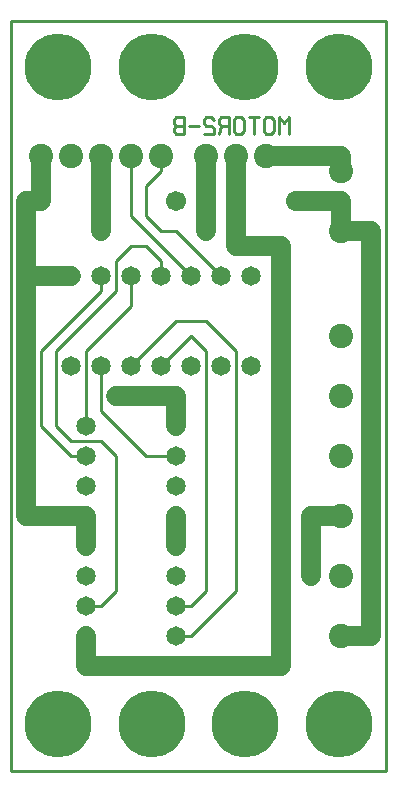
<source format=gbl>
%MOIN*%
%FSLAX25Y25*%
G04 D10 used for Character Trace; *
G04     Circle (OD=.01000) (No hole)*
G04 D11 used for Power Trace; *
G04     Circle (OD=.06700) (No hole)*
G04 D12 used for Signal Trace; *
G04     Circle (OD=.01100) (No hole)*
G04 D13 used for Via; *
G04     Circle (OD=.05800) (Round. Hole ID=.02800)*
G04 D14 used for Component hole; *
G04     Circle (OD=.06500) (Round. Hole ID=.03500)*
G04 D15 used for Component hole; *
G04     Circle (OD=.06700) (Round. Hole ID=.04300)*
G04 D16 used for Component hole; *
G04     Circle (OD=.08100) (Round. Hole ID=.05100)*
G04 D17 used for Component hole; *
G04     Circle (OD=.08900) (Round. Hole ID=.05900)*
G04 D18 used for Component hole; *
G04     Circle (OD=.11300) (Round. Hole ID=.08300)*
G04 D19 used for Component hole; *
G04     Circle (OD=.16000) (Round. Hole ID=.13000)*
G04 D20 used for Component hole; *
G04     Circle (OD=.18300) (Round. Hole ID=.15300)*
G04 D21 used for Component hole; *
G04     Circle (OD=.22291) (Round. Hole ID=.19291)*
%ADD10C,.01000*%
%ADD11C,.06700*%
%ADD12C,.01100*%
%ADD13C,.05800*%
%ADD14C,.06500*%
%ADD15C,.06700*%
%ADD16C,.08100*%
%ADD17C,.08900*%
%ADD18C,.11300*%
%ADD19C,.16000*%
%ADD20C,.18300*%
%ADD21C,.22291*%
%IPPOS*%
%LPD*%
G90*X0Y0D02*D21*X15625Y15625D03*D11*              
X25000Y35000D02*X90000D01*Y145000D01*D13*D03*D11* 
Y175000D01*X75000D01*Y205000D01*D16*D03*X85000D03*
D11*X110000D01*Y200000D01*D16*D03*D11*Y180000D02* 
Y190000D01*D16*Y180000D03*D11*X120000D01*         
Y155000D01*D13*D03*D11*Y45000D01*X110000D01*D16*  
D03*Y65000D03*D13*X100000D03*D11*Y85000D01*       
X110000D01*D16*D03*Y105000D03*D12*X60000Y45000D02*
X75000Y60000D01*X55000Y45000D02*X60000D01*D14*    
X55000D03*D12*Y55000D02*X60000D01*D14*X55000D03*  
D12*X60000D02*X65000Y60000D01*Y140000D01*         
X60000Y145000D01*X50000Y135000D01*D14*D03*        
X60000D03*X40000D03*D12*X55000Y150000D01*         
X65000D01*X75000Y140000D01*Y60000D01*D14*         
X55000Y75000D03*D11*Y85000D01*D14*D03*Y95000D03*  
D12*X35000Y60000D02*Y105000D01*X30000Y55000D02*   
X35000Y60000D01*X25000Y55000D02*X30000D01*D14*    
X25000D03*Y65000D03*Y45000D03*D11*Y35000D01*D21*  
X46875Y15625D03*D14*X55000Y65000D03*D12*X0Y0D02*  
X125000D01*Y250000D01*X0D01*Y0D01*D14*            
X25000Y75000D03*D11*Y85000D01*D14*D03*D11*        
X5000D01*Y165000D01*X20000D01*D14*D03*D12*        
X10000Y140000D02*X30000Y160000D01*                
X10000Y115000D02*Y140000D01*X20000Y105000D02*     
X10000Y115000D01*X20000Y105000D02*X25000D01*D14*  
D03*D12*X35000D02*X30000Y110000D01*X20000D01*     
X15000Y115000D01*Y140000D01*X35000Y160000D01*     
Y170000D01*X40000Y175000D01*X45000D01*            
X50000Y170000D01*Y165000D01*D14*D03*D12*          
X25000Y140000D02*X40000Y155000D01*                
X25000Y115000D02*Y140000D01*D14*Y115000D03*D12*   
X45000Y105000D02*X30000Y120000D01*                
X45000Y105000D02*X55000D01*D14*D03*Y115000D03*D11*
Y125000D01*X35000D01*D13*D03*D12*X30000Y120000D02*
Y135000D01*D14*D03*X20000D03*D12*X40000Y155000D02*
Y165000D01*D14*D03*X30000D03*D12*Y160000D01*      
X50000Y180000D02*X55000D01*X70000Y165000D01*D14*  
D03*X80000D03*X60000D03*D12*X40000Y185000D01*     
Y205000D01*D16*D03*D12*X45000Y195000D02*          
X50000Y200000D01*X45000Y185000D02*Y195000D01*     
X50000Y180000D02*X45000Y185000D01*D15*            
X55000Y190000D03*D13*X65000Y180000D03*D11*        
Y205000D01*D16*D03*D10*X92511Y212129D02*          
Y217871D01*X90837Y215957D01*X89163Y217871D01*     
Y212129D01*X84163Y213086D02*X85000Y212129D01*     
X86674D01*X87511Y213086D01*Y216914D01*            
X86674Y217871D01*X85000D01*X84163Y216914D01*      
Y213086D01*X80837Y212129D02*Y217871D01*X82511D02* 
X79163D01*X74163Y213086D02*X75000Y212129D01*      
X76674D01*X77511Y213086D01*Y216914D01*            
X76674Y217871D01*X75000D01*X74163Y216914D01*      
Y213086D01*X72511Y212129D02*Y217871D01*X70000D01* 
X69163Y216914D01*Y215957D01*X70000Y215000D01*     
X72511D01*X70000D02*X69163Y212129D01*             
X67511Y216914D02*X66674Y217871D01*X65000D01*      
X64163Y216914D01*Y215957D01*X65000Y215000D01*     
X66674D01*X67511Y214043D01*Y212129D01*X64163D01*  
X62511Y215000D02*X59163D01*X57511Y212129D02*      
Y217871D01*X55000D01*X54163Y216914D01*Y215957D01* 
X55000Y215000D01*X54163Y214043D01*Y213086D01*     
X55000Y212129D01*X57511D01*Y215000D02*X55000D01*  
D16*X50000Y205000D03*D12*Y200000D01*D13*          
X30000Y180000D03*D11*Y190000D01*D14*D03*D11*      
Y205000D01*D16*D03*X20000D03*X10000D03*D11*       
Y190000D01*D14*D03*D11*X5000D01*Y165000D01*D14*   
X70000Y135000D03*D21*X46875Y234375D03*X15625D03*  
D14*X25000Y95000D03*X80000Y135000D03*D21*         
X78125Y234375D03*D15*X95000Y190000D03*D11*        
X110000D01*D21*X109375Y234375D03*D16*             
X110000Y145000D03*Y125000D03*D21*X78125Y15625D03* 
X109375D03*M02*                                   

</source>
